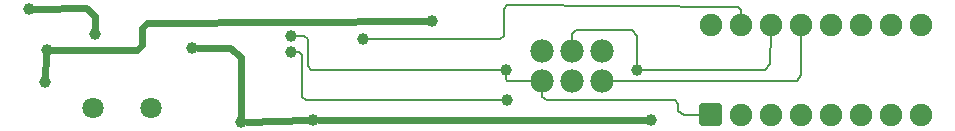
<source format=gbl>
G04 MADE WITH FRITZING*
G04 WWW.FRITZING.ORG*
G04 DOUBLE SIDED*
G04 HOLES PLATED*
G04 CONTOUR ON CENTER OF CONTOUR VECTOR*
%ASAXBY*%
%FSLAX23Y23*%
%MOIN*%
%OFA0B0*%
%SFA1.0B1.0*%
%ADD10C,0.070925*%
%ADD11C,0.070866*%
%ADD12C,0.075000*%
%ADD13C,0.078000*%
%ADD14C,0.039370*%
%ADD15C,0.024000*%
%ADD16C,0.008000*%
%ADD17C,0.020000*%
%LNCOPPER0*%
G90*
G70*
G54D10*
X591Y123D03*
G54D11*
X784Y123D03*
G54D12*
X2650Y99D03*
X2650Y399D03*
X2750Y99D03*
X2750Y399D03*
X2850Y99D03*
X2850Y399D03*
X2950Y99D03*
X2950Y399D03*
X3050Y99D03*
X3050Y399D03*
X3150Y99D03*
X3150Y399D03*
X3250Y99D03*
X3250Y399D03*
X3350Y99D03*
X3350Y399D03*
G54D13*
X2286Y313D03*
X2186Y313D03*
X2086Y313D03*
X2286Y313D03*
X2186Y313D03*
X2086Y313D03*
X2086Y213D03*
X2186Y213D03*
X2286Y213D03*
G54D14*
X430Y207D03*
X436Y315D03*
X1720Y411D03*
X1252Y309D03*
X1252Y363D03*
X1972Y147D03*
X1966Y249D03*
X922Y321D03*
X1492Y351D03*
X1084Y75D03*
X376Y453D03*
X1324Y81D03*
X598Y369D03*
X2452Y81D03*
X2404Y249D03*
G54D15*
X431Y226D02*
X435Y296D01*
D02*
X754Y387D02*
X754Y333D01*
D02*
X772Y405D02*
X754Y387D01*
D02*
X754Y333D02*
X736Y315D01*
D02*
X736Y315D02*
X455Y315D01*
D02*
X1701Y411D02*
X772Y405D01*
G54D16*
D02*
X1300Y147D02*
X1958Y147D01*
D02*
X1276Y309D02*
X1288Y297D01*
D02*
X1288Y159D02*
X1300Y147D01*
D02*
X1288Y297D02*
X1288Y159D01*
D02*
X1265Y309D02*
X1276Y309D01*
D02*
X1306Y351D02*
X1306Y261D01*
D02*
X1318Y249D02*
X1952Y249D01*
D02*
X1294Y363D02*
X1306Y351D01*
D02*
X1265Y363D02*
X1294Y363D01*
D02*
X1306Y261D02*
X1318Y249D01*
D02*
X2752Y447D02*
X2740Y459D01*
D02*
X1960Y453D02*
X1960Y363D01*
D02*
X2740Y459D02*
X1972Y465D01*
D02*
X1960Y363D02*
X1948Y351D01*
D02*
X1972Y465D02*
X1960Y453D01*
D02*
X1948Y351D02*
X1505Y351D01*
D02*
X2751Y422D02*
X2752Y447D01*
G54D15*
D02*
X2433Y81D02*
X1343Y81D01*
D02*
X1103Y76D02*
X1305Y81D01*
D02*
X598Y429D02*
X568Y454D01*
D02*
X598Y388D02*
X598Y429D01*
D02*
X568Y454D02*
X395Y453D01*
D02*
X1048Y321D02*
X1084Y291D01*
D02*
X1084Y291D02*
X1084Y94D01*
D02*
X941Y321D02*
X1048Y321D01*
G54D16*
D02*
X2938Y213D02*
X2310Y213D01*
D02*
X2950Y376D02*
X2950Y231D01*
D02*
X2950Y231D02*
X2938Y213D01*
D02*
X2086Y159D02*
X2086Y183D01*
D02*
X2542Y111D02*
X2542Y135D01*
D02*
X2542Y135D02*
X2530Y147D01*
D02*
X2560Y99D02*
X2542Y111D01*
D02*
X2104Y147D02*
X2086Y159D01*
D02*
X2627Y99D02*
X2560Y99D01*
D02*
X2530Y147D02*
X2104Y147D01*
D02*
X1966Y219D02*
X1966Y236D01*
D02*
X1972Y213D02*
X1966Y219D01*
D02*
X2061Y213D02*
X1972Y213D01*
D02*
X2386Y382D02*
X2200Y382D01*
D02*
X2188Y369D02*
X2187Y338D01*
D02*
X2200Y382D02*
X2188Y369D01*
D02*
X2404Y363D02*
X2386Y382D01*
D02*
X2404Y263D02*
X2404Y363D01*
D02*
X2830Y249D02*
X2423Y249D01*
D02*
X2850Y376D02*
X2848Y267D01*
D02*
X2848Y267D02*
X2830Y249D01*
G54D17*
X2622Y127D02*
X2677Y127D01*
X2677Y72D01*
X2622Y72D01*
X2622Y127D01*
D02*
G04 End of Copper0*
M02*
</source>
